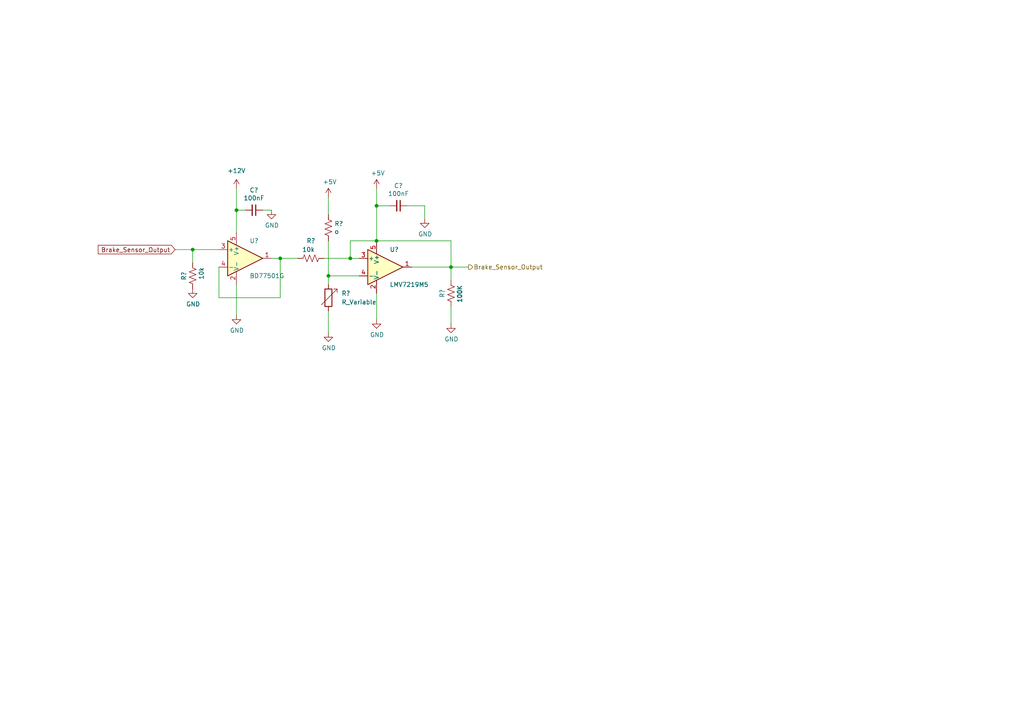
<source format=kicad_sch>
(kicad_sch (version 20211123) (generator eeschema)

  (uuid 0503e475-2e50-4a15-91f4-e4e04f100616)

  (paper "A4")

  (lib_symbols
    (symbol "Comparator:LMV7219M5" (pin_names (offset 0.127)) (in_bom yes) (on_board yes)
      (property "Reference" "U" (id 0) (at -1.27 6.35 0)
        (effects (font (size 1.27 1.27)) (justify left))
      )
      (property "Value" "LMV7219M5" (id 1) (at -1.27 3.81 0)
        (effects (font (size 1.27 1.27)) (justify left))
      )
      (property "Footprint" "Package_TO_SOT_SMD:SOT-23-5" (id 2) (at -2.54 -5.08 0)
        (effects (font (size 1.27 1.27)) (justify left) hide)
      )
      (property "Datasheet" "https://www.ti.com/lit/ds/symlink/lmv7219.pdf" (id 3) (at 0 5.08 0)
        (effects (font (size 1.27 1.27)) hide)
      )
      (property "ki_keywords" "cmp" (id 4) (at 0 0 0)
        (effects (font (size 1.27 1.27)) hide)
      )
      (property "ki_description" "Single Low-Power High-Speed Push-Pull Output Comparator, SOT-23-5" (id 5) (at 0 0 0)
        (effects (font (size 1.27 1.27)) hide)
      )
      (property "ki_fp_filters" "SOT?23*" (id 6) (at 0 0 0)
        (effects (font (size 1.27 1.27)) hide)
      )
      (symbol "LMV7219M5_0_1"
        (polyline
          (pts
            (xy -5.08 5.08)
            (xy 5.08 0)
            (xy -5.08 -5.08)
            (xy -5.08 5.08)
          )
          (stroke (width 0.254) (type default) (color 0 0 0 0))
          (fill (type background))
        )
        (pin power_in line (at -2.54 -7.62 90) (length 3.81)
          (name "V-" (effects (font (size 1.27 1.27))))
          (number "2" (effects (font (size 1.27 1.27))))
        )
        (pin power_in line (at -2.54 7.62 270) (length 3.81)
          (name "V+" (effects (font (size 1.27 1.27))))
          (number "5" (effects (font (size 1.27 1.27))))
        )
      )
      (symbol "LMV7219M5_1_1"
        (pin output line (at 7.62 0 180) (length 2.54)
          (name "~" (effects (font (size 1.27 1.27))))
          (number "1" (effects (font (size 1.27 1.27))))
        )
        (pin input line (at -7.62 2.54 0) (length 2.54)
          (name "+" (effects (font (size 1.27 1.27))))
          (number "3" (effects (font (size 1.27 1.27))))
        )
        (pin input line (at -7.62 -2.54 0) (length 2.54)
          (name "-" (effects (font (size 1.27 1.27))))
          (number "4" (effects (font (size 1.27 1.27))))
        )
      )
    )
    (symbol "Device:C_Small" (pin_numbers hide) (pin_names (offset 0.254) hide) (in_bom yes) (on_board yes)
      (property "Reference" "C" (id 0) (at 0.254 1.778 0)
        (effects (font (size 1.27 1.27)) (justify left))
      )
      (property "Value" "C_Small" (id 1) (at 0.254 -2.032 0)
        (effects (font (size 1.27 1.27)) (justify left))
      )
      (property "Footprint" "" (id 2) (at 0 0 0)
        (effects (font (size 1.27 1.27)) hide)
      )
      (property "Datasheet" "~" (id 3) (at 0 0 0)
        (effects (font (size 1.27 1.27)) hide)
      )
      (property "ki_keywords" "capacitor cap" (id 4) (at 0 0 0)
        (effects (font (size 1.27 1.27)) hide)
      )
      (property "ki_description" "Unpolarized capacitor, small symbol" (id 5) (at 0 0 0)
        (effects (font (size 1.27 1.27)) hide)
      )
      (property "ki_fp_filters" "C_*" (id 6) (at 0 0 0)
        (effects (font (size 1.27 1.27)) hide)
      )
      (symbol "C_Small_0_1"
        (polyline
          (pts
            (xy -1.524 -0.508)
            (xy 1.524 -0.508)
          )
          (stroke (width 0.3302) (type default) (color 0 0 0 0))
          (fill (type none))
        )
        (polyline
          (pts
            (xy -1.524 0.508)
            (xy 1.524 0.508)
          )
          (stroke (width 0.3048) (type default) (color 0 0 0 0))
          (fill (type none))
        )
      )
      (symbol "C_Small_1_1"
        (pin passive line (at 0 2.54 270) (length 2.032)
          (name "~" (effects (font (size 1.27 1.27))))
          (number "1" (effects (font (size 1.27 1.27))))
        )
        (pin passive line (at 0 -2.54 90) (length 2.032)
          (name "~" (effects (font (size 1.27 1.27))))
          (number "2" (effects (font (size 1.27 1.27))))
        )
      )
    )
    (symbol "Device:R_US" (pin_numbers hide) (pin_names (offset 0)) (in_bom yes) (on_board yes)
      (property "Reference" "R" (id 0) (at 2.54 0 90)
        (effects (font (size 1.27 1.27)))
      )
      (property "Value" "R_US" (id 1) (at -2.54 0 90)
        (effects (font (size 1.27 1.27)))
      )
      (property "Footprint" "" (id 2) (at 1.016 -0.254 90)
        (effects (font (size 1.27 1.27)) hide)
      )
      (property "Datasheet" "~" (id 3) (at 0 0 0)
        (effects (font (size 1.27 1.27)) hide)
      )
      (property "ki_keywords" "R res resistor" (id 4) (at 0 0 0)
        (effects (font (size 1.27 1.27)) hide)
      )
      (property "ki_description" "Resistor, US symbol" (id 5) (at 0 0 0)
        (effects (font (size 1.27 1.27)) hide)
      )
      (property "ki_fp_filters" "R_*" (id 6) (at 0 0 0)
        (effects (font (size 1.27 1.27)) hide)
      )
      (symbol "R_US_0_1"
        (polyline
          (pts
            (xy 0 -2.286)
            (xy 0 -2.54)
          )
          (stroke (width 0) (type default) (color 0 0 0 0))
          (fill (type none))
        )
        (polyline
          (pts
            (xy 0 2.286)
            (xy 0 2.54)
          )
          (stroke (width 0) (type default) (color 0 0 0 0))
          (fill (type none))
        )
        (polyline
          (pts
            (xy 0 -0.762)
            (xy 1.016 -1.143)
            (xy 0 -1.524)
            (xy -1.016 -1.905)
            (xy 0 -2.286)
          )
          (stroke (width 0) (type default) (color 0 0 0 0))
          (fill (type none))
        )
        (polyline
          (pts
            (xy 0 0.762)
            (xy 1.016 0.381)
            (xy 0 0)
            (xy -1.016 -0.381)
            (xy 0 -0.762)
          )
          (stroke (width 0) (type default) (color 0 0 0 0))
          (fill (type none))
        )
        (polyline
          (pts
            (xy 0 2.286)
            (xy 1.016 1.905)
            (xy 0 1.524)
            (xy -1.016 1.143)
            (xy 0 0.762)
          )
          (stroke (width 0) (type default) (color 0 0 0 0))
          (fill (type none))
        )
      )
      (symbol "R_US_1_1"
        (pin passive line (at 0 3.81 270) (length 1.27)
          (name "~" (effects (font (size 1.27 1.27))))
          (number "1" (effects (font (size 1.27 1.27))))
        )
        (pin passive line (at 0 -3.81 90) (length 1.27)
          (name "~" (effects (font (size 1.27 1.27))))
          (number "2" (effects (font (size 1.27 1.27))))
        )
      )
    )
    (symbol "Device:R_Variable" (pin_numbers hide) (pin_names (offset 0)) (in_bom yes) (on_board yes)
      (property "Reference" "R" (id 0) (at 2.54 -2.54 90)
        (effects (font (size 1.27 1.27)) (justify left))
      )
      (property "Value" "R_Variable" (id 1) (at -2.54 -1.27 90)
        (effects (font (size 1.27 1.27)) (justify left))
      )
      (property "Footprint" "" (id 2) (at -1.778 0 90)
        (effects (font (size 1.27 1.27)) hide)
      )
      (property "Datasheet" "~" (id 3) (at 0 0 0)
        (effects (font (size 1.27 1.27)) hide)
      )
      (property "ki_keywords" "R res resistor variable potentiometer rheostat" (id 4) (at 0 0 0)
        (effects (font (size 1.27 1.27)) hide)
      )
      (property "ki_description" "Variable resistor" (id 5) (at 0 0 0)
        (effects (font (size 1.27 1.27)) hide)
      )
      (property "ki_fp_filters" "R_*" (id 6) (at 0 0 0)
        (effects (font (size 1.27 1.27)) hide)
      )
      (symbol "R_Variable_0_1"
        (rectangle (start -1.016 -2.54) (end 1.016 2.54)
          (stroke (width 0.254) (type default) (color 0 0 0 0))
          (fill (type none))
        )
        (polyline
          (pts
            (xy 2.54 1.524)
            (xy 2.54 2.54)
            (xy 1.524 2.54)
            (xy 2.54 2.54)
            (xy -2.032 -2.032)
          )
          (stroke (width 0) (type default) (color 0 0 0 0))
          (fill (type none))
        )
      )
      (symbol "R_Variable_1_1"
        (pin passive line (at 0 3.81 270) (length 1.27)
          (name "~" (effects (font (size 1.27 1.27))))
          (number "1" (effects (font (size 1.27 1.27))))
        )
        (pin passive line (at 0 -3.81 90) (length 1.27)
          (name "~" (effects (font (size 1.27 1.27))))
          (number "2" (effects (font (size 1.27 1.27))))
        )
      )
    )
    (symbol "power:+12V" (power) (pin_names (offset 0)) (in_bom yes) (on_board yes)
      (property "Reference" "#PWR" (id 0) (at 0 -3.81 0)
        (effects (font (size 1.27 1.27)) hide)
      )
      (property "Value" "+12V" (id 1) (at 0 3.556 0)
        (effects (font (size 1.27 1.27)))
      )
      (property "Footprint" "" (id 2) (at 0 0 0)
        (effects (font (size 1.27 1.27)) hide)
      )
      (property "Datasheet" "" (id 3) (at 0 0 0)
        (effects (font (size 1.27 1.27)) hide)
      )
      (property "ki_keywords" "power-flag" (id 4) (at 0 0 0)
        (effects (font (size 1.27 1.27)) hide)
      )
      (property "ki_description" "Power symbol creates a global label with name \"+12V\"" (id 5) (at 0 0 0)
        (effects (font (size 1.27 1.27)) hide)
      )
      (symbol "+12V_0_1"
        (polyline
          (pts
            (xy -0.762 1.27)
            (xy 0 2.54)
          )
          (stroke (width 0) (type default) (color 0 0 0 0))
          (fill (type none))
        )
        (polyline
          (pts
            (xy 0 0)
            (xy 0 2.54)
          )
          (stroke (width 0) (type default) (color 0 0 0 0))
          (fill (type none))
        )
        (polyline
          (pts
            (xy 0 2.54)
            (xy 0.762 1.27)
          )
          (stroke (width 0) (type default) (color 0 0 0 0))
          (fill (type none))
        )
      )
      (symbol "+12V_1_1"
        (pin power_in line (at 0 0 90) (length 0) hide
          (name "+12V" (effects (font (size 1.27 1.27))))
          (number "1" (effects (font (size 1.27 1.27))))
        )
      )
    )
    (symbol "power:+5V" (power) (pin_names (offset 0)) (in_bom yes) (on_board yes)
      (property "Reference" "#PWR" (id 0) (at 0 -3.81 0)
        (effects (font (size 1.27 1.27)) hide)
      )
      (property "Value" "+5V" (id 1) (at 0 3.556 0)
        (effects (font (size 1.27 1.27)))
      )
      (property "Footprint" "" (id 2) (at 0 0 0)
        (effects (font (size 1.27 1.27)) hide)
      )
      (property "Datasheet" "" (id 3) (at 0 0 0)
        (effects (font (size 1.27 1.27)) hide)
      )
      (property "ki_keywords" "power-flag" (id 4) (at 0 0 0)
        (effects (font (size 1.27 1.27)) hide)
      )
      (property "ki_description" "Power symbol creates a global label with name \"+5V\"" (id 5) (at 0 0 0)
        (effects (font (size 1.27 1.27)) hide)
      )
      (symbol "+5V_0_1"
        (polyline
          (pts
            (xy -0.762 1.27)
            (xy 0 2.54)
          )
          (stroke (width 0) (type default) (color 0 0 0 0))
          (fill (type none))
        )
        (polyline
          (pts
            (xy 0 0)
            (xy 0 2.54)
          )
          (stroke (width 0) (type default) (color 0 0 0 0))
          (fill (type none))
        )
        (polyline
          (pts
            (xy 0 2.54)
            (xy 0.762 1.27)
          )
          (stroke (width 0) (type default) (color 0 0 0 0))
          (fill (type none))
        )
      )
      (symbol "+5V_1_1"
        (pin power_in line (at 0 0 90) (length 0) hide
          (name "+5V" (effects (font (size 1.27 1.27))))
          (number "1" (effects (font (size 1.27 1.27))))
        )
      )
    )
    (symbol "power:GND" (power) (pin_names (offset 0)) (in_bom yes) (on_board yes)
      (property "Reference" "#PWR" (id 0) (at 0 -6.35 0)
        (effects (font (size 1.27 1.27)) hide)
      )
      (property "Value" "GND" (id 1) (at 0 -3.81 0)
        (effects (font (size 1.27 1.27)))
      )
      (property "Footprint" "" (id 2) (at 0 0 0)
        (effects (font (size 1.27 1.27)) hide)
      )
      (property "Datasheet" "" (id 3) (at 0 0 0)
        (effects (font (size 1.27 1.27)) hide)
      )
      (property "ki_keywords" "power-flag" (id 4) (at 0 0 0)
        (effects (font (size 1.27 1.27)) hide)
      )
      (property "ki_description" "Power symbol creates a global label with name \"GND\" , ground" (id 5) (at 0 0 0)
        (effects (font (size 1.27 1.27)) hide)
      )
      (symbol "GND_0_1"
        (polyline
          (pts
            (xy 0 0)
            (xy 0 -1.27)
            (xy 1.27 -1.27)
            (xy 0 -2.54)
            (xy -1.27 -1.27)
            (xy 0 -1.27)
          )
          (stroke (width 0) (type default) (color 0 0 0 0))
          (fill (type none))
        )
      )
      (symbol "GND_1_1"
        (pin power_in line (at 0 0 270) (length 0) hide
          (name "GND" (effects (font (size 1.27 1.27))))
          (number "1" (effects (font (size 1.27 1.27))))
        )
      )
    )
  )

  (junction (at 68.58 60.96) (diameter 0) (color 0 0 0 0)
    (uuid 16ec7906-bcd8-4620-9ab5-8e13d91ee7f8)
  )
  (junction (at 109.22 69.85) (diameter 0) (color 0 0 0 0)
    (uuid 3a0b30e2-d6a9-4a47-933e-237995fdd6ca)
  )
  (junction (at 130.81 77.47) (diameter 0) (color 0 0 0 0)
    (uuid 57956bab-b0fc-4027-bfc7-29ac34f67c29)
  )
  (junction (at 95.25 80.01) (diameter 0) (color 0 0 0 0)
    (uuid 77568b6a-2eb2-44e4-a69f-a7fbe224024e)
  )
  (junction (at 55.88 72.39) (diameter 0) (color 0 0 0 0)
    (uuid a773a48b-759f-4a00-a8ce-62545eb66340)
  )
  (junction (at 109.22 59.69) (diameter 0) (color 0 0 0 0)
    (uuid aba4042e-6983-4c3f-bf4c-da2593abd701)
  )
  (junction (at 101.6 74.93) (diameter 0) (color 0 0 0 0)
    (uuid ac6e9678-ba65-483c-adb7-6bd8d0638e22)
  )
  (junction (at 81.28 74.93) (diameter 0) (color 0 0 0 0)
    (uuid c09e4505-815f-432a-94a9-94d42c508e93)
  )

  (wire (pts (xy 71.12 60.96) (xy 68.58 60.96))
    (stroke (width 0) (type default) (color 0 0 0 0))
    (uuid 00a8d468-497b-471b-a6d6-fa686fc001ed)
  )
  (wire (pts (xy 123.19 59.69) (xy 123.19 63.5))
    (stroke (width 0) (type default) (color 0 0 0 0))
    (uuid 02ddf166-3d13-441f-8aa6-502e7943f301)
  )
  (wire (pts (xy 130.81 93.98) (xy 130.81 88.9))
    (stroke (width 0) (type default) (color 0 0 0 0))
    (uuid 075321b5-8336-4133-869b-b2982fe9d5fd)
  )
  (wire (pts (xy 76.2 60.96) (xy 78.74 60.96))
    (stroke (width 0) (type default) (color 0 0 0 0))
    (uuid 0b88a7bd-e84f-4970-b62f-9e3f87641e57)
  )
  (wire (pts (xy 55.88 72.39) (xy 55.88 76.2))
    (stroke (width 0) (type default) (color 0 0 0 0))
    (uuid 188a64e2-e994-4d36-8b4d-d674ed28e73a)
  )
  (wire (pts (xy 109.22 59.69) (xy 109.22 69.85))
    (stroke (width 0) (type default) (color 0 0 0 0))
    (uuid 23646349-9f33-4436-8225-44bd284fa869)
  )
  (wire (pts (xy 101.6 74.93) (xy 104.14 74.93))
    (stroke (width 0) (type default) (color 0 0 0 0))
    (uuid 2714762c-bdfa-4524-92b5-2a2cdfb60834)
  )
  (wire (pts (xy 68.58 82.55) (xy 68.58 91.44))
    (stroke (width 0) (type default) (color 0 0 0 0))
    (uuid 2b85aab5-88c3-41e1-9182-4c1cee91d958)
  )
  (wire (pts (xy 63.5 77.47) (xy 63.5 86.36))
    (stroke (width 0) (type default) (color 0 0 0 0))
    (uuid 3e1d9ef1-b44d-4369-b2e1-dab37f6a146e)
  )
  (wire (pts (xy 68.58 54.61) (xy 68.58 60.96))
    (stroke (width 0) (type default) (color 0 0 0 0))
    (uuid 4546448a-f3b9-425a-af95-4fabaec6b75c)
  )
  (wire (pts (xy 95.25 80.01) (xy 95.25 82.55))
    (stroke (width 0) (type default) (color 0 0 0 0))
    (uuid 4b917266-b616-4b34-b81a-54ed0ba2cc45)
  )
  (wire (pts (xy 78.74 74.93) (xy 81.28 74.93))
    (stroke (width 0) (type default) (color 0 0 0 0))
    (uuid 7433b69b-0f5d-4331-b930-33446bd525a5)
  )
  (wire (pts (xy 81.28 74.93) (xy 81.28 86.36))
    (stroke (width 0) (type default) (color 0 0 0 0))
    (uuid 9242e7f4-d05f-4b02-9298-197601cb722b)
  )
  (wire (pts (xy 101.6 74.93) (xy 101.6 69.85))
    (stroke (width 0) (type default) (color 0 0 0 0))
    (uuid 948c4a87-35ea-49af-b889-e9894d55c321)
  )
  (wire (pts (xy 101.6 69.85) (xy 109.22 69.85))
    (stroke (width 0) (type default) (color 0 0 0 0))
    (uuid 96cfb7bc-c878-46b6-a8e6-c7106d2d2c92)
  )
  (wire (pts (xy 81.28 74.93) (xy 86.36 74.93))
    (stroke (width 0) (type default) (color 0 0 0 0))
    (uuid 97a76859-4b5c-4940-8af6-e30398cb79ae)
  )
  (wire (pts (xy 130.81 77.47) (xy 135.89 77.47))
    (stroke (width 0) (type default) (color 0 0 0 0))
    (uuid 97d97f33-d424-4c2a-bdc5-0186ede00e98)
  )
  (wire (pts (xy 130.81 69.85) (xy 130.81 77.47))
    (stroke (width 0) (type default) (color 0 0 0 0))
    (uuid 98122a27-59cd-4288-836e-0ccf66b96292)
  )
  (wire (pts (xy 95.25 69.85) (xy 95.25 80.01))
    (stroke (width 0) (type default) (color 0 0 0 0))
    (uuid 98b572de-43ff-47e5-ba67-5e5a61aeea93)
  )
  (wire (pts (xy 68.58 60.96) (xy 68.58 67.31))
    (stroke (width 0) (type default) (color 0 0 0 0))
    (uuid a374e740-4e09-43b7-a65c-f305da3efdec)
  )
  (wire (pts (xy 109.22 59.69) (xy 113.03 59.69))
    (stroke (width 0) (type default) (color 0 0 0 0))
    (uuid aa50b741-562e-4901-9e03-2dfd566ba7c5)
  )
  (wire (pts (xy 93.98 74.93) (xy 101.6 74.93))
    (stroke (width 0) (type default) (color 0 0 0 0))
    (uuid ab0a96b5-078e-41bb-86b8-a8691230c4b8)
  )
  (wire (pts (xy 109.22 69.85) (xy 130.81 69.85))
    (stroke (width 0) (type default) (color 0 0 0 0))
    (uuid b4106780-520d-433a-a79e-9a1d39326190)
  )
  (wire (pts (xy 95.25 57.15) (xy 95.25 62.23))
    (stroke (width 0) (type default) (color 0 0 0 0))
    (uuid b638669c-87fa-4212-849b-d37ffc272b4e)
  )
  (wire (pts (xy 109.22 54.61) (xy 109.22 59.69))
    (stroke (width 0) (type default) (color 0 0 0 0))
    (uuid c00fd538-b086-408e-90bf-111f1e8e5638)
  )
  (wire (pts (xy 55.88 72.39) (xy 63.5 72.39))
    (stroke (width 0) (type default) (color 0 0 0 0))
    (uuid c2c735b5-ea6e-462b-a95b-615fa305e813)
  )
  (wire (pts (xy 50.8 72.39) (xy 55.88 72.39))
    (stroke (width 0) (type default) (color 0 0 0 0))
    (uuid c49de291-4f40-4b4a-a42d-a9218ebf31a4)
  )
  (wire (pts (xy 95.25 80.01) (xy 104.14 80.01))
    (stroke (width 0) (type default) (color 0 0 0 0))
    (uuid c61137e6-8694-4de3-ab90-9177a97bb5e9)
  )
  (wire (pts (xy 130.81 81.28) (xy 130.81 77.47))
    (stroke (width 0) (type default) (color 0 0 0 0))
    (uuid d558b731-1846-4086-b9d5-b07cfc2e51a6)
  )
  (wire (pts (xy 63.5 86.36) (xy 81.28 86.36))
    (stroke (width 0) (type default) (color 0 0 0 0))
    (uuid e6425969-35b7-4572-b45d-669af4354a1d)
  )
  (wire (pts (xy 109.22 85.09) (xy 109.22 92.71))
    (stroke (width 0) (type default) (color 0 0 0 0))
    (uuid ec1f61aa-498a-4f37-9616-9e5d4d3c9322)
  )
  (wire (pts (xy 119.38 77.47) (xy 130.81 77.47))
    (stroke (width 0) (type default) (color 0 0 0 0))
    (uuid ed4a3881-c84f-48c1-9709-363f669c8edb)
  )
  (wire (pts (xy 118.11 59.69) (xy 123.19 59.69))
    (stroke (width 0) (type default) (color 0 0 0 0))
    (uuid f5c23e6c-9fee-419d-b473-9a8fde44104c)
  )
  (wire (pts (xy 95.25 90.17) (xy 95.25 96.52))
    (stroke (width 0) (type default) (color 0 0 0 0))
    (uuid fbc016c1-0136-4527-96b9-188b4092c155)
  )

  (global_label "Brake_Sensor_Output" (shape input) (at 50.8 72.39 180) (fields_autoplaced)
    (effects (font (size 1.27 1.27)) (justify right))
    (uuid 4d09966a-3999-4dcd-aef5-752c9e30c6ac)
    (property "Intersheet References" "${INTERSHEET_REFS}" (id 0) (at -19.05 186.69 0)
      (effects (font (size 1.27 1.27)) hide)
    )
  )

  (hierarchical_label "Brake_Sensor_Output" (shape output) (at 135.89 77.47 0)
    (effects (font (size 1.27 1.27)) (justify left))
    (uuid 9c2138e3-624a-45c0-97c5-c3ac15f37d41)
  )

  (symbol (lib_id "power:GND") (at 95.25 96.52 0)
    (in_bom yes) (on_board yes)
    (uuid 02ffa8c5-cc11-40e3-bee3-0f4f11f38185)
    (property "Reference" "#PWR?" (id 0) (at 95.25 102.87 0)
      (effects (font (size 1.27 1.27)) hide)
    )
    (property "Value" "GND" (id 1) (at 95.377 100.9142 0))
    (property "Footprint" "" (id 2) (at 95.25 96.52 0)
      (effects (font (size 1.27 1.27)) hide)
    )
    (property "Datasheet" "" (id 3) (at 95.25 96.52 0)
      (effects (font (size 1.27 1.27)) hide)
    )
    (pin "1" (uuid d3270530-2f29-44e0-a80f-28f1863990b3))
  )

  (symbol (lib_id "Device:R_US") (at 95.25 66.04 0)
    (in_bom yes) (on_board yes)
    (uuid 232ac1c1-6763-4a51-8cdc-45c3cf8a585d)
    (property "Reference" "R?" (id 0) (at 96.9772 64.8716 0)
      (effects (font (size 1.27 1.27)) (justify left))
    )
    (property "Value" "o" (id 1) (at 96.9772 67.183 0)
      (effects (font (size 1.27 1.27)) (justify left))
    )
    (property "Footprint" "Resistor_THT:R_Axial_DIN0204_L3.6mm_D1.6mm_P5.08mm_Horizontal" (id 2) (at 96.266 66.294 90)
      (effects (font (size 1.27 1.27)) hide)
    )
    (property "Datasheet" "~" (id 3) (at 95.25 66.04 0)
      (effects (font (size 1.27 1.27)) hide)
    )
    (pin "1" (uuid 9e2fac3f-1215-420f-8f53-f70c886f5cc3))
    (pin "2" (uuid 4715a3b7-0c0c-45f3-af97-673da438f89a))
  )

  (symbol (lib_id "Device:R_Variable") (at 95.25 86.36 0)
    (in_bom yes) (on_board yes) (fields_autoplaced)
    (uuid 446ccf57-f756-4483-b7bf-6528cbba4f31)
    (property "Reference" "R?" (id 0) (at 99.06 85.0899 0)
      (effects (font (size 1.27 1.27)) (justify left))
    )
    (property "Value" "R_Variable" (id 1) (at 99.06 87.6299 0)
      (effects (font (size 1.27 1.27)) (justify left))
    )
    (property "Footprint" "" (id 2) (at 93.472 86.36 90)
      (effects (font (size 1.27 1.27)) hide)
    )
    (property "Datasheet" "~" (id 3) (at 95.25 86.36 0)
      (effects (font (size 1.27 1.27)) hide)
    )
    (pin "1" (uuid dd53174a-cf08-4e24-a9e8-2e11545abe27))
    (pin "2" (uuid 21db127e-20c6-4707-80ec-3329a5b4e39b))
  )

  (symbol (lib_id "Device:C_Small") (at 115.57 59.69 270)
    (in_bom yes) (on_board yes)
    (uuid 4ca52afc-4f40-4623-a323-34c9441ea905)
    (property "Reference" "C?" (id 0) (at 115.57 53.8734 90))
    (property "Value" "100nF" (id 1) (at 115.57 56.1848 90))
    (property "Footprint" "Capacitor_THT:CP_Axial_L10.0mm_D4.5mm_P15.00mm_Horizontal" (id 2) (at 115.57 59.69 0)
      (effects (font (size 1.27 1.27)) hide)
    )
    (property "Datasheet" "~" (id 3) (at 115.57 59.69 0)
      (effects (font (size 1.27 1.27)) hide)
    )
    (pin "1" (uuid b4682218-113a-4240-bbbd-4b029c51da05))
    (pin "2" (uuid 33f8d557-ac13-4d61-ba05-281696bf3d5f))
  )

  (symbol (lib_id "power:GND") (at 55.88 83.82 0)
    (in_bom yes) (on_board yes)
    (uuid 6f0a5696-10d9-482c-899a-c7b6318759da)
    (property "Reference" "#PWR?" (id 0) (at 55.88 90.17 0)
      (effects (font (size 1.27 1.27)) hide)
    )
    (property "Value" "GND" (id 1) (at 56.007 88.2142 0))
    (property "Footprint" "" (id 2) (at 55.88 83.82 0)
      (effects (font (size 1.27 1.27)) hide)
    )
    (property "Datasheet" "" (id 3) (at 55.88 83.82 0)
      (effects (font (size 1.27 1.27)) hide)
    )
    (pin "1" (uuid b7391f41-ee59-4879-93ae-2eb9b8f5c64b))
  )

  (symbol (lib_id "Comparator:LMV7219M5") (at 71.12 74.93 0)
    (in_bom yes) (on_board yes)
    (uuid 723a25e7-b806-4b67-bd21-3b9ba409e9cb)
    (property "Reference" "U?" (id 0) (at 72.39 69.85 0)
      (effects (font (size 1.27 1.27)) (justify left))
    )
    (property "Value" "BD77501G" (id 1) (at 72.39 80.01 0)
      (effects (font (size 1.27 1.27)) (justify left))
    )
    (property "Footprint" "Package_TO_SOT_SMD:SOT-23-5" (id 2) (at 68.58 80.01 0)
      (effects (font (size 1.27 1.27)) (justify left) hide)
    )
    (property "Datasheet" "https://www.ti.com/lit/ds/symlink/lmv7219.pdf" (id 3) (at 71.12 69.85 0)
      (effects (font (size 1.27 1.27)) hide)
    )
    (pin "2" (uuid 65410247-05f4-433a-aeb8-8af3abe3185b))
    (pin "5" (uuid 3239e741-4b5a-4ced-814a-c8e2e717eeba))
    (pin "1" (uuid 22bfbc36-c209-47f6-9e16-3822c22af84d))
    (pin "3" (uuid b01981ef-3f33-462a-99b7-40856da233a8))
    (pin "4" (uuid 6d31406a-2c05-403f-b8ae-13785afd4987))
  )

  (symbol (lib_id "Device:R_US") (at 55.88 80.01 180)
    (in_bom yes) (on_board yes)
    (uuid 819d53dc-d118-4cb8-bf51-b0dbe0bfefdc)
    (property "Reference" "R?" (id 0) (at 53.34 78.74 90)
      (effects (font (size 1.27 1.27)) (justify left))
    )
    (property "Value" "10k" (id 1) (at 58.42 77.47 90)
      (effects (font (size 1.27 1.27)) (justify left))
    )
    (property "Footprint" "Resistor_THT:R_Axial_DIN0204_L3.6mm_D1.6mm_P5.08mm_Horizontal" (id 2) (at 54.864 79.756 90)
      (effects (font (size 1.27 1.27)) hide)
    )
    (property "Datasheet" "~" (id 3) (at 55.88 80.01 0)
      (effects (font (size 1.27 1.27)) hide)
    )
    (pin "1" (uuid eacebe7a-6e2a-4ce1-a9cb-892d684ab92d))
    (pin "2" (uuid 7ca82459-edb4-4dd3-9a35-77ce0d560cd7))
  )

  (symbol (lib_id "power:GND") (at 78.74 60.96 0)
    (in_bom yes) (on_board yes)
    (uuid 8744b79a-94ff-4cdb-9cdb-ee2d639c6e0b)
    (property "Reference" "#PWR?" (id 0) (at 78.74 67.31 0)
      (effects (font (size 1.27 1.27)) hide)
    )
    (property "Value" "GND" (id 1) (at 78.867 65.3542 0))
    (property "Footprint" "" (id 2) (at 78.74 60.96 0)
      (effects (font (size 1.27 1.27)) hide)
    )
    (property "Datasheet" "" (id 3) (at 78.74 60.96 0)
      (effects (font (size 1.27 1.27)) hide)
    )
    (pin "1" (uuid 2565aa68-eeb9-49ae-8aac-4ab2d1b66b6e))
  )

  (symbol (lib_id "power:GND") (at 68.58 91.44 0)
    (in_bom yes) (on_board yes)
    (uuid 9eebef5a-e15d-4358-8468-0684939758f1)
    (property "Reference" "#PWR?" (id 0) (at 68.58 97.79 0)
      (effects (font (size 1.27 1.27)) hide)
    )
    (property "Value" "GND" (id 1) (at 68.707 95.8342 0))
    (property "Footprint" "" (id 2) (at 68.58 91.44 0)
      (effects (font (size 1.27 1.27)) hide)
    )
    (property "Datasheet" "" (id 3) (at 68.58 91.44 0)
      (effects (font (size 1.27 1.27)) hide)
    )
    (pin "1" (uuid 03c43c70-2a22-4b9b-8a07-9780874cf8ba))
  )

  (symbol (lib_id "power:+5V") (at 95.25 57.15 0)
    (in_bom yes) (on_board yes)
    (uuid 9f53f05d-541f-4913-b824-ce437a9856c9)
    (property "Reference" "#PWR?" (id 0) (at 95.25 60.96 0)
      (effects (font (size 1.27 1.27)) hide)
    )
    (property "Value" "+5V" (id 1) (at 95.631 52.7558 0))
    (property "Footprint" "" (id 2) (at 95.25 57.15 0)
      (effects (font (size 1.27 1.27)) hide)
    )
    (property "Datasheet" "" (id 3) (at 95.25 57.15 0)
      (effects (font (size 1.27 1.27)) hide)
    )
    (pin "1" (uuid 507cbdc7-6cbe-45a0-9f89-063c4f16c5ad))
  )

  (symbol (lib_id "power:+12V") (at 68.58 54.61 0)
    (in_bom yes) (on_board yes) (fields_autoplaced)
    (uuid aaeed386-1335-4a5a-a397-477038fe0a88)
    (property "Reference" "#PWR?" (id 0) (at 68.58 58.42 0)
      (effects (font (size 1.27 1.27)) hide)
    )
    (property "Value" "+12V" (id 1) (at 68.58 49.53 0))
    (property "Footprint" "" (id 2) (at 68.58 54.61 0)
      (effects (font (size 1.27 1.27)) hide)
    )
    (property "Datasheet" "" (id 3) (at 68.58 54.61 0)
      (effects (font (size 1.27 1.27)) hide)
    )
    (pin "1" (uuid 724bf1a8-d362-4ebb-a9ca-aac11609a6ff))
  )

  (symbol (lib_id "power:+5V") (at 109.22 54.61 0)
    (in_bom yes) (on_board yes)
    (uuid ae7b0e60-8070-40dc-8a3e-833d746dbc3a)
    (property "Reference" "#PWR?" (id 0) (at 109.22 58.42 0)
      (effects (font (size 1.27 1.27)) hide)
    )
    (property "Value" "+5V" (id 1) (at 109.601 50.2158 0))
    (property "Footprint" "" (id 2) (at 109.22 54.61 0)
      (effects (font (size 1.27 1.27)) hide)
    )
    (property "Datasheet" "" (id 3) (at 109.22 54.61 0)
      (effects (font (size 1.27 1.27)) hide)
    )
    (pin "1" (uuid 6c03359c-a3bb-46d7-9696-83c3f2a73cb7))
  )

  (symbol (lib_id "Comparator:LMV7219M5") (at 111.76 77.47 0)
    (in_bom yes) (on_board yes)
    (uuid b45dd961-f7c5-48e4-a19c-24321f7267bc)
    (property "Reference" "U?" (id 0) (at 113.03 72.39 0)
      (effects (font (size 1.27 1.27)) (justify left))
    )
    (property "Value" "LMV7219M5" (id 1) (at 113.03 82.55 0)
      (effects (font (size 1.27 1.27)) (justify left))
    )
    (property "Footprint" "Package_TO_SOT_SMD:SOT-23-5" (id 2) (at 109.22 82.55 0)
      (effects (font (size 1.27 1.27)) (justify left) hide)
    )
    (property "Datasheet" "https://www.ti.com/lit/ds/symlink/lmv7219.pdf" (id 3) (at 111.76 72.39 0)
      (effects (font (size 1.27 1.27)) hide)
    )
    (pin "2" (uuid 1a9e31c4-3a45-42cd-a0ef-4bea6cf2bbf0))
    (pin "5" (uuid e6f9e890-0eda-4bcf-a13e-b922477d359a))
    (pin "1" (uuid 5e1137da-74b6-4718-98ad-32e029b692bf))
    (pin "3" (uuid e1ad96e6-15dd-444e-8f66-fb4b0b61396a))
    (pin "4" (uuid 419f46ab-cca7-41a2-9fa4-231fde7010c2))
  )

  (symbol (lib_id "power:GND") (at 123.19 63.5 0)
    (in_bom yes) (on_board yes)
    (uuid c1314ad9-e506-4596-9e48-6454f7ba1531)
    (property "Reference" "#PWR?" (id 0) (at 123.19 69.85 0)
      (effects (font (size 1.27 1.27)) hide)
    )
    (property "Value" "GND" (id 1) (at 123.317 67.8942 0))
    (property "Footprint" "" (id 2) (at 123.19 63.5 0)
      (effects (font (size 1.27 1.27)) hide)
    )
    (property "Datasheet" "" (id 3) (at 123.19 63.5 0)
      (effects (font (size 1.27 1.27)) hide)
    )
    (pin "1" (uuid 078b9298-7a3e-4030-9632-2f2094bbd1fd))
  )

  (symbol (lib_id "Device:R_US") (at 90.17 74.93 270)
    (in_bom yes) (on_board yes)
    (uuid d5b94a30-6408-43d1-8792-f8b177f4e785)
    (property "Reference" "R?" (id 0) (at 88.9 69.85 90)
      (effects (font (size 1.27 1.27)) (justify left))
    )
    (property "Value" "10k" (id 1) (at 87.63 72.39 90)
      (effects (font (size 1.27 1.27)) (justify left))
    )
    (property "Footprint" "Resistor_THT:R_Axial_DIN0204_L3.6mm_D1.6mm_P5.08mm_Horizontal" (id 2) (at 89.916 75.946 90)
      (effects (font (size 1.27 1.27)) hide)
    )
    (property "Datasheet" "~" (id 3) (at 90.17 74.93 0)
      (effects (font (size 1.27 1.27)) hide)
    )
    (pin "1" (uuid 35ff5bbd-959f-465b-902b-72304d1c5299))
    (pin "2" (uuid fc3f5f4b-1f5b-4c90-9705-e28d3b4f84f9))
  )

  (symbol (lib_id "Device:R_US") (at 130.81 85.09 180)
    (in_bom yes) (on_board yes)
    (uuid ddf0b4c6-97c3-40bc-abef-4ce8ce971152)
    (property "Reference" "R?" (id 0) (at 128.27 83.82 90)
      (effects (font (size 1.27 1.27)) (justify left))
    )
    (property "Value" "100K" (id 1) (at 133.35 82.55 90)
      (effects (font (size 1.27 1.27) bold) (justify left))
    )
    (property "Footprint" "Resistor_THT:R_Axial_DIN0204_L3.6mm_D1.6mm_P5.08mm_Horizontal" (id 2) (at 129.794 84.836 90)
      (effects (font (size 1.27 1.27)) hide)
    )
    (property "Datasheet" "~" (id 3) (at 130.81 85.09 0)
      (effects (font (size 1.27 1.27)) hide)
    )
    (pin "1" (uuid ace7bca0-3d0d-449a-9237-827aa5d7b88d))
    (pin "2" (uuid 5645a810-f5b5-4505-8237-12d023578bab))
  )

  (symbol (lib_id "power:GND") (at 109.22 92.71 0)
    (in_bom yes) (on_board yes)
    (uuid e681224c-96af-4dd0-9763-31af8cc75cf7)
    (property "Reference" "#PWR?" (id 0) (at 109.22 99.06 0)
      (effects (font (size 1.27 1.27)) hide)
    )
    (property "Value" "GND" (id 1) (at 109.347 97.1042 0))
    (property "Footprint" "" (id 2) (at 109.22 92.71 0)
      (effects (font (size 1.27 1.27)) hide)
    )
    (property "Datasheet" "" (id 3) (at 109.22 92.71 0)
      (effects (font (size 1.27 1.27)) hide)
    )
    (pin "1" (uuid da8dde8e-a836-4108-bac8-f0c058aa35de))
  )

  (symbol (lib_id "Device:C_Small") (at 73.66 60.96 270)
    (in_bom yes) (on_board yes)
    (uuid eba71294-e703-4150-b726-890f89201a73)
    (property "Reference" "C?" (id 0) (at 73.66 55.1434 90))
    (property "Value" "100nF" (id 1) (at 73.66 57.4548 90))
    (property "Footprint" "Capacitor_THT:CP_Axial_L10.0mm_D4.5mm_P15.00mm_Horizontal" (id 2) (at 73.66 60.96 0)
      (effects (font (size 1.27 1.27)) hide)
    )
    (property "Datasheet" "~" (id 3) (at 73.66 60.96 0)
      (effects (font (size 1.27 1.27)) hide)
    )
    (pin "1" (uuid 27dad8eb-403c-4e40-b270-5cb70268b432))
    (pin "2" (uuid b00861c0-cae3-4b26-a41e-41be2c5994a5))
  )

  (symbol (lib_id "power:GND") (at 130.81 93.98 0)
    (in_bom yes) (on_board yes)
    (uuid efa5457a-7368-409f-ae27-741022355750)
    (property "Reference" "#PWR?" (id 0) (at 130.81 100.33 0)
      (effects (font (size 1.27 1.27)) hide)
    )
    (property "Value" "GND" (id 1) (at 130.937 98.3742 0))
    (property "Footprint" "" (id 2) (at 130.81 93.98 0)
      (effects (font (size 1.27 1.27)) hide)
    )
    (property "Datasheet" "" (id 3) (at 130.81 93.98 0)
      (effects (font (size 1.27 1.27)) hide)
    )
    (pin "1" (uuid 2797c7d4-d5fc-458b-bda2-79ab1f8f480d))
  )
)

</source>
